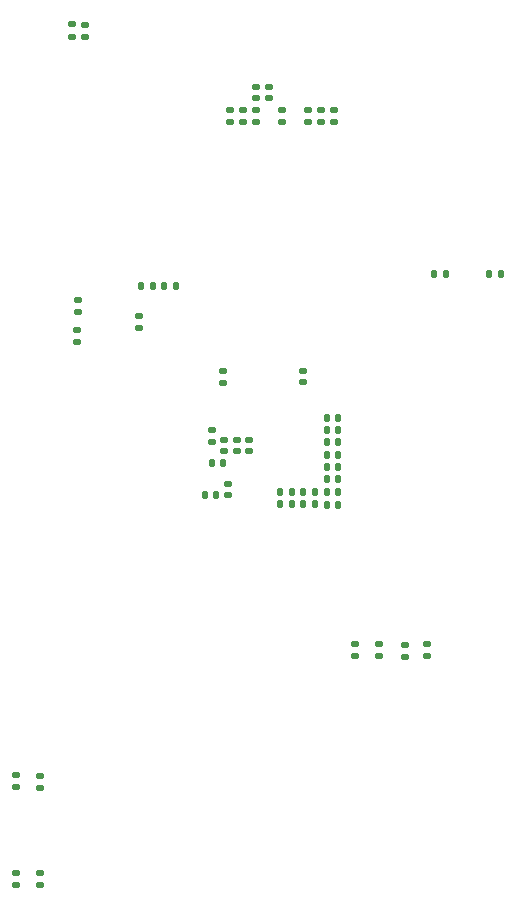
<source format=gbr>
%TF.GenerationSoftware,KiCad,Pcbnew,7.0.9*%
%TF.CreationDate,2024-06-03T19:44:05+03:00*%
%TF.ProjectId,LinuxCore-v2,4c696e75-7843-46f7-9265-2d76322e6b69,rev?*%
%TF.SameCoordinates,Original*%
%TF.FileFunction,Paste,Bot*%
%TF.FilePolarity,Positive*%
%FSLAX46Y46*%
G04 Gerber Fmt 4.6, Leading zero omitted, Abs format (unit mm)*
G04 Created by KiCad (PCBNEW 7.0.9) date 2024-06-03 19:44:05*
%MOMM*%
%LPD*%
G01*
G04 APERTURE LIST*
G04 Aperture macros list*
%AMRoundRect*
0 Rectangle with rounded corners*
0 $1 Rounding radius*
0 $2 $3 $4 $5 $6 $7 $8 $9 X,Y pos of 4 corners*
0 Add a 4 corners polygon primitive as box body*
4,1,4,$2,$3,$4,$5,$6,$7,$8,$9,$2,$3,0*
0 Add four circle primitives for the rounded corners*
1,1,$1+$1,$2,$3*
1,1,$1+$1,$4,$5*
1,1,$1+$1,$6,$7*
1,1,$1+$1,$8,$9*
0 Add four rect primitives between the rounded corners*
20,1,$1+$1,$2,$3,$4,$5,0*
20,1,$1+$1,$4,$5,$6,$7,0*
20,1,$1+$1,$6,$7,$8,$9,0*
20,1,$1+$1,$8,$9,$2,$3,0*%
G04 Aperture macros list end*
%ADD10RoundRect,0.140000X-0.140000X-0.170000X0.140000X-0.170000X0.140000X0.170000X-0.140000X0.170000X0*%
%ADD11RoundRect,0.140000X0.140000X0.170000X-0.140000X0.170000X-0.140000X-0.170000X0.140000X-0.170000X0*%
%ADD12RoundRect,0.140000X0.170000X-0.140000X0.170000X0.140000X-0.170000X0.140000X-0.170000X-0.140000X0*%
%ADD13RoundRect,0.140000X-0.170000X0.140000X-0.170000X-0.140000X0.170000X-0.140000X0.170000X0.140000X0*%
%ADD14RoundRect,0.135000X-0.135000X-0.185000X0.135000X-0.185000X0.135000X0.185000X-0.135000X0.185000X0*%
%ADD15RoundRect,0.135000X-0.185000X0.135000X-0.185000X-0.135000X0.185000X-0.135000X0.185000X0.135000X0*%
%ADD16RoundRect,0.135000X0.185000X-0.135000X0.185000X0.135000X-0.185000X0.135000X-0.185000X-0.135000X0*%
G04 APERTURE END LIST*
D10*
%TO.C,C10*%
X155227150Y-94910000D03*
X156187150Y-94910000D03*
%TD*%
D11*
%TO.C,C78*%
X144410000Y-76460000D03*
X143450000Y-76460000D03*
%TD*%
D10*
%TO.C,C32*%
X153287150Y-93860000D03*
X154247150Y-93860000D03*
%TD*%
%TO.C,C5*%
X155227150Y-93860000D03*
X156187150Y-93860000D03*
%TD*%
%TO.C,C79*%
X141490000Y-76450000D03*
X142450000Y-76450000D03*
%TD*%
D12*
%TO.C,C33*%
X150597150Y-90420000D03*
X150597150Y-89460000D03*
%TD*%
D13*
%TO.C,C25*%
X147487150Y-88640000D03*
X147487150Y-89600000D03*
%TD*%
D14*
%TO.C,R22*%
X166248186Y-75450000D03*
X167268186Y-75450000D03*
%TD*%
D15*
%TO.C,R14*%
X136740000Y-54300000D03*
X136740000Y-55320000D03*
%TD*%
D16*
%TO.C,R54*%
X141270000Y-79960000D03*
X141270000Y-78940000D03*
%TD*%
%TO.C,R60*%
X163790000Y-107810000D03*
X163790000Y-106790000D03*
%TD*%
D11*
%TO.C,C6*%
X158167150Y-93870000D03*
X157207150Y-93870000D03*
%TD*%
D16*
%TO.C,R42*%
X151220000Y-62530000D03*
X151220000Y-61510000D03*
%TD*%
D12*
%TO.C,C30*%
X149567150Y-90410000D03*
X149567150Y-89450000D03*
%TD*%
D10*
%TO.C,C27*%
X147457150Y-91450000D03*
X148417150Y-91450000D03*
%TD*%
D13*
%TO.C,C24*%
X148417150Y-83640000D03*
X148417150Y-84600000D03*
%TD*%
D16*
%TO.C,R62*%
X161592850Y-107760000D03*
X161592850Y-106740000D03*
%TD*%
D15*
%TO.C,R57*%
X130930000Y-126130000D03*
X130930000Y-127150000D03*
%TD*%
D16*
%TO.C,R63*%
X165705700Y-107790000D03*
X165705700Y-106770000D03*
%TD*%
D11*
%TO.C,C29*%
X147840000Y-94100000D03*
X146880000Y-94100000D03*
%TD*%
%TO.C,C20*%
X158197150Y-90700000D03*
X157237150Y-90700000D03*
%TD*%
D12*
%TO.C,C61*%
X152290000Y-60530000D03*
X152290000Y-59570000D03*
%TD*%
D11*
%TO.C,C11*%
X158167150Y-94930000D03*
X157207150Y-94930000D03*
%TD*%
D16*
%TO.C,R58*%
X132910000Y-118920000D03*
X132910000Y-117900000D03*
%TD*%
%TO.C,R59*%
X130900000Y-118870000D03*
X130900000Y-117850000D03*
%TD*%
D12*
%TO.C,C60*%
X151230000Y-60500000D03*
X151230000Y-59540000D03*
%TD*%
D14*
%TO.C,R20*%
X170937150Y-75430000D03*
X171957150Y-75430000D03*
%TD*%
D16*
%TO.C,R38*%
X149010000Y-62560000D03*
X149010000Y-61540000D03*
%TD*%
%TO.C,R39*%
X157780000Y-62530000D03*
X157780000Y-61510000D03*
%TD*%
D11*
%TO.C,C18*%
X158177150Y-92790000D03*
X157217150Y-92790000D03*
%TD*%
D16*
%TO.C,R41*%
X156720000Y-62540000D03*
X156720000Y-61520000D03*
%TD*%
D11*
%TO.C,C21*%
X158187150Y-87620000D03*
X157227150Y-87620000D03*
%TD*%
D16*
%TO.C,R40*%
X150110000Y-62550000D03*
X150110000Y-61530000D03*
%TD*%
%TO.C,R61*%
X159592850Y-107750000D03*
X159592850Y-106730000D03*
%TD*%
D15*
%TO.C,R56*%
X132920000Y-126090000D03*
X132920000Y-127110000D03*
%TD*%
D10*
%TO.C,C17*%
X157237150Y-89660000D03*
X158197150Y-89660000D03*
%TD*%
D16*
%TO.C,R52*%
X136090000Y-81180000D03*
X136090000Y-80160000D03*
%TD*%
D10*
%TO.C,C19*%
X157237150Y-88640000D03*
X158197150Y-88640000D03*
%TD*%
D12*
%TO.C,C22*%
X155197150Y-84590000D03*
X155197150Y-83630000D03*
%TD*%
D16*
%TO.C,R43*%
X155600000Y-62530000D03*
X155600000Y-61510000D03*
%TD*%
D11*
%TO.C,C23*%
X158197150Y-91750000D03*
X157237150Y-91750000D03*
%TD*%
D15*
%TO.C,R15*%
X135630000Y-54280000D03*
X135630000Y-55300000D03*
%TD*%
D12*
%TO.C,C31*%
X148840000Y-94130000D03*
X148840000Y-93170000D03*
%TD*%
D15*
%TO.C,R53*%
X136170000Y-77640000D03*
X136170000Y-78660000D03*
%TD*%
D12*
%TO.C,C26*%
X148517150Y-90410000D03*
X148517150Y-89450000D03*
%TD*%
D10*
%TO.C,C34*%
X153287150Y-94900000D03*
X154247150Y-94900000D03*
%TD*%
D12*
%TO.C,C59*%
X153410000Y-62520000D03*
X153410000Y-61560000D03*
%TD*%
M02*

</source>
